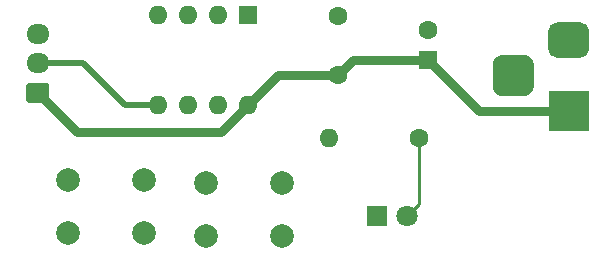
<source format=gbr>
%TF.GenerationSoftware,KiCad,Pcbnew,5.1.6-c6e7f7d~86~ubuntu19.10.1*%
%TF.CreationDate,2020-07-11T11:49:28-04:00*%
%TF.ProjectId,ATtiny85-WS2812-Controller,41547469-6e79-4383-952d-575332383132,rev?*%
%TF.SameCoordinates,Original*%
%TF.FileFunction,Copper,L1,Top*%
%TF.FilePolarity,Positive*%
%FSLAX46Y46*%
G04 Gerber Fmt 4.6, Leading zero omitted, Abs format (unit mm)*
G04 Created by KiCad (PCBNEW 5.1.6-c6e7f7d~86~ubuntu19.10.1) date 2020-07-11 11:49:28*
%MOMM*%
%LPD*%
G01*
G04 APERTURE LIST*
%TA.AperFunction,ComponentPad*%
%ADD10O,1.600000X1.600000*%
%TD*%
%TA.AperFunction,ComponentPad*%
%ADD11R,1.600000X1.600000*%
%TD*%
%TA.AperFunction,ComponentPad*%
%ADD12C,2.000000*%
%TD*%
%TA.AperFunction,ComponentPad*%
%ADD13C,1.600000*%
%TD*%
%TA.AperFunction,ComponentPad*%
%ADD14O,1.950000X1.700000*%
%TD*%
%TA.AperFunction,ComponentPad*%
%ADD15R,3.500000X3.500000*%
%TD*%
%TA.AperFunction,ComponentPad*%
%ADD16C,1.800000*%
%TD*%
%TA.AperFunction,ComponentPad*%
%ADD17R,1.800000X1.800000*%
%TD*%
%TA.AperFunction,Conductor*%
%ADD18C,0.750000*%
%TD*%
%TA.AperFunction,Conductor*%
%ADD19C,0.250000*%
%TD*%
%TA.AperFunction,Conductor*%
%ADD20C,0.500000*%
%TD*%
G04 APERTURE END LIST*
D10*
%TO.P,U1,8*%
%TO.N,+5V*%
X114046000Y-68580000D03*
%TO.P,U1,4*%
%TO.N,GND*%
X106426000Y-60960000D03*
%TO.P,U1,7*%
%TO.N,Net-(R1-Pad2)*%
X111506000Y-68580000D03*
%TO.P,U1,3*%
%TO.N,N/C*%
X108966000Y-60960000D03*
%TO.P,U1,6*%
X108966000Y-68580000D03*
%TO.P,U1,2*%
%TO.N,Net-(SW2-Pad1)*%
X111506000Y-60960000D03*
%TO.P,U1,5*%
%TO.N,PDATA*%
X106426000Y-68580000D03*
D11*
%TO.P,U1,1*%
%TO.N,Net-(SW1-Pad1)*%
X114046000Y-60960000D03*
%TD*%
D12*
%TO.P,SW2,1*%
%TO.N,Net-(SW2-Pad1)*%
X105306000Y-74930000D03*
%TO.P,SW2,2*%
%TO.N,GND*%
X105306000Y-79430000D03*
%TO.P,SW2,1*%
%TO.N,Net-(SW2-Pad1)*%
X98806000Y-74930000D03*
%TO.P,SW2,2*%
%TO.N,GND*%
X98806000Y-79430000D03*
%TD*%
%TO.P,SW1,1*%
%TO.N,Net-(SW1-Pad1)*%
X116990000Y-75184000D03*
%TO.P,SW1,2*%
%TO.N,GND*%
X116990000Y-79684000D03*
%TO.P,SW1,1*%
%TO.N,Net-(SW1-Pad1)*%
X110490000Y-75184000D03*
%TO.P,SW1,2*%
%TO.N,GND*%
X110490000Y-79684000D03*
%TD*%
D10*
%TO.P,R1,2*%
%TO.N,Net-(R1-Pad2)*%
X120904000Y-71374000D03*
D13*
%TO.P,R1,1*%
%TO.N,Net-(D1-Pad2)*%
X128524000Y-71374000D03*
%TD*%
D14*
%TO.P,J2,3*%
%TO.N,GND*%
X96266000Y-62564000D03*
%TO.P,J2,2*%
%TO.N,PDATA*%
X96266000Y-65064000D03*
%TO.P,J2,1*%
%TO.N,+5V*%
%TA.AperFunction,ComponentPad*%
G36*
G01*
X96991000Y-68414000D02*
X95541000Y-68414000D01*
G75*
G02*
X95291000Y-68164000I0J250000D01*
G01*
X95291000Y-66964000D01*
G75*
G02*
X95541000Y-66714000I250000J0D01*
G01*
X96991000Y-66714000D01*
G75*
G02*
X97241000Y-66964000I0J-250000D01*
G01*
X97241000Y-68164000D01*
G75*
G02*
X96991000Y-68414000I-250000J0D01*
G01*
G37*
%TD.AperFunction*%
%TD*%
%TO.P,J1,3*%
%TO.N,N/C*%
%TA.AperFunction,ComponentPad*%
G36*
G01*
X135649000Y-64338000D02*
X137399000Y-64338000D01*
G75*
G02*
X138274000Y-65213000I0J-875000D01*
G01*
X138274000Y-66963000D01*
G75*
G02*
X137399000Y-67838000I-875000J0D01*
G01*
X135649000Y-67838000D01*
G75*
G02*
X134774000Y-66963000I0J875000D01*
G01*
X134774000Y-65213000D01*
G75*
G02*
X135649000Y-64338000I875000J0D01*
G01*
G37*
%TD.AperFunction*%
%TO.P,J1,2*%
%TO.N,GND*%
%TA.AperFunction,ComponentPad*%
G36*
G01*
X140224000Y-61588000D02*
X142224000Y-61588000D01*
G75*
G02*
X142974000Y-62338000I0J-750000D01*
G01*
X142974000Y-63838000D01*
G75*
G02*
X142224000Y-64588000I-750000J0D01*
G01*
X140224000Y-64588000D01*
G75*
G02*
X139474000Y-63838000I0J750000D01*
G01*
X139474000Y-62338000D01*
G75*
G02*
X140224000Y-61588000I750000J0D01*
G01*
G37*
%TD.AperFunction*%
D15*
%TO.P,J1,1*%
%TO.N,+5V*%
X141224000Y-69088000D03*
%TD*%
D16*
%TO.P,D1,2*%
%TO.N,Net-(D1-Pad2)*%
X127508000Y-77978000D03*
D17*
%TO.P,D1,1*%
%TO.N,GND*%
X124968000Y-77978000D03*
%TD*%
D13*
%TO.P,C2,2*%
%TO.N,GND*%
X121666000Y-61040000D03*
%TO.P,C2,1*%
%TO.N,+5V*%
X121666000Y-66040000D03*
%TD*%
%TO.P,C1,2*%
%TO.N,GND*%
X129286000Y-62270000D03*
D11*
%TO.P,C1,1*%
%TO.N,+5V*%
X129286000Y-64770000D03*
%TD*%
D18*
%TO.N,+5V*%
X133604000Y-69088000D02*
X129286000Y-64770000D01*
X141224000Y-69088000D02*
X133604000Y-69088000D01*
X122936000Y-64770000D02*
X121666000Y-66040000D01*
X129286000Y-64770000D02*
X122936000Y-64770000D01*
X116586000Y-66040000D02*
X114046000Y-68580000D01*
X121666000Y-66040000D02*
X116586000Y-66040000D01*
X114046000Y-68580000D02*
X111760000Y-70866000D01*
X99568000Y-70866000D02*
X96266000Y-67564000D01*
X111760000Y-70866000D02*
X99568000Y-70866000D01*
D19*
%TO.N,Net-(D1-Pad2)*%
X128524000Y-76962000D02*
X127508000Y-77978000D01*
X128524000Y-71374000D02*
X128524000Y-76962000D01*
D20*
%TO.N,PDATA*%
X106426000Y-68580000D02*
X103632000Y-68580000D01*
X100116000Y-65064000D02*
X96266000Y-65064000D01*
X103632000Y-68580000D02*
X100116000Y-65064000D01*
%TD*%
M02*

</source>
